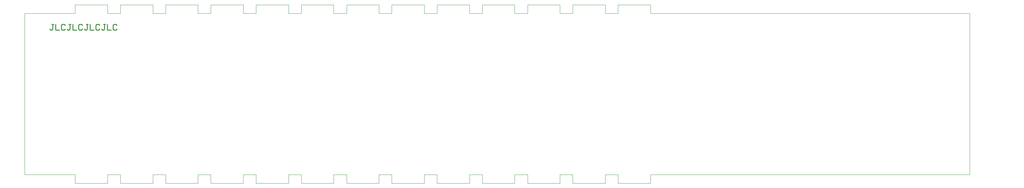
<source format=gto>
G04*
G04 #@! TF.GenerationSoftware,Altium Limited,Altium Designer,18.1.7 (191)*
G04*
G04 Layer_Color=65535*
%FSLAX44Y44*%
%MOMM*%
G71*
G01*
G75*
%ADD10C,0.1000*%
%ADD11C,0.2540*%
D10*
X2724000Y361000D02*
X2724000Y361000D01*
X1592000Y123000D02*
X1678000D01*
X1592000D02*
Y146000D01*
X1558000D02*
X1592000D01*
X1558000Y123000D02*
Y146000D01*
X1472000Y123000D02*
X1558000D01*
X1352000D02*
X1438000D01*
X1438000Y123000D02*
Y146000D01*
X1438000Y146000D02*
X1472000D01*
Y123000D02*
Y146000D01*
X1232000Y123000D02*
X1318000D01*
X1318000Y123000D02*
Y146000D01*
X1318000Y146000D02*
X1352000D01*
Y123000D02*
Y146000D01*
X1112000Y123000D02*
X1198000D01*
X1198000Y123000D02*
Y146000D01*
X1198000Y146000D02*
X1232000D01*
Y123000D02*
Y146000D01*
X992000Y123000D02*
X1078000D01*
X1078000Y123000D02*
Y146000D01*
X1078000Y146000D02*
X1112000D01*
Y123000D02*
Y146000D01*
X872000Y123000D02*
X958000D01*
X958000Y123000D02*
Y146000D01*
X958000Y146000D02*
X992000D01*
Y123000D02*
Y146000D01*
X752000Y123000D02*
X838000D01*
X838000Y123000D02*
Y146000D01*
X838000Y146000D02*
X872000D01*
Y123000D02*
Y146000D01*
X632000Y123000D02*
X718000D01*
X718000Y123000D02*
Y146000D01*
X718000Y146000D02*
X752000D01*
Y123000D02*
Y146000D01*
X512000Y123000D02*
X598000D01*
X598000Y123000D02*
Y146000D01*
X598000Y146000D02*
X632000D01*
Y123000D02*
Y146000D01*
X392000Y123000D02*
X478000D01*
X478000Y123000D02*
Y146000D01*
X478000Y146000D02*
X512000D01*
Y123000D02*
Y146000D01*
X272000Y123000D02*
X358000D01*
X358000Y123000D02*
Y146000D01*
X358000Y146000D02*
X392000D01*
Y123000D02*
Y146000D01*
X138000D02*
X272000D01*
Y123000D02*
Y146000D01*
X1678000D02*
X1712000D01*
Y123000D02*
Y146000D01*
Y123000D02*
X1798000D01*
X1798000Y123000D02*
Y146000D01*
X1678000Y123000D02*
Y146000D01*
X1798000Y146000D02*
X2645000Y146000D01*
X138000Y146000D02*
Y350000D01*
X2645000Y574000D02*
X2645000Y146000D01*
X1112000Y597000D02*
X1198000D01*
X138000Y574000D02*
X272000D01*
X752000Y597000D02*
X838000D01*
X1558000Y574000D02*
X1592000D01*
Y597000D02*
X1678000D01*
X1472000Y597000D02*
X1558000D01*
X1318000Y574000D02*
X1352000D01*
Y597000D02*
X1438000D01*
X1232000D02*
X1318000D01*
X1078000Y574000D02*
X1112000D01*
X838000D02*
X872000D01*
X992000Y597000D02*
X1078000D01*
X872000D02*
X958000D01*
X598000Y574000D02*
X632000D01*
X632000Y597000D02*
X718000D01*
X512000D02*
X598000D01*
X358000Y574000D02*
X392000D01*
X392000Y597000D02*
X478000D01*
X272000D02*
X358000D01*
X1472000Y574000D02*
Y597000D01*
X598000Y574000D02*
Y597000D01*
X272000Y574000D02*
Y597000D01*
X1438000Y574000D02*
X1472000D01*
X1198000D02*
X1232000D01*
X958000D02*
X992000D01*
X718000D02*
X752000D01*
X478000D02*
X512000D01*
X138000Y350000D02*
Y574000D01*
X1592000Y574000D02*
Y597000D01*
X1558000Y574000D02*
Y597000D01*
X1438000Y574000D02*
Y597000D01*
X1352000Y574000D02*
Y597000D01*
X1318000Y574000D02*
Y597000D01*
X1232000Y574000D02*
Y597000D01*
X1198000Y574000D02*
Y597000D01*
X1112000Y574000D02*
Y597000D01*
X1078000Y574000D02*
Y597000D01*
X992000Y574000D02*
Y597000D01*
X958000Y574000D02*
Y597000D01*
X872000Y574000D02*
Y597000D01*
X838000Y574000D02*
Y597000D01*
X752000Y574000D02*
Y597000D01*
X718000Y574000D02*
Y597000D01*
X632000Y574000D02*
Y597000D01*
X512000Y574000D02*
Y597000D01*
X478000Y574000D02*
Y597000D01*
X392000Y574000D02*
Y597000D01*
X358000Y574000D02*
Y597000D01*
X1712000Y574000D02*
Y597000D01*
X1798000Y574000D02*
Y597000D01*
X1712000Y597000D02*
X1798000D01*
X1678000Y574000D02*
X1712000D01*
X1678000Y574000D02*
Y597000D01*
X1798000Y574000D02*
X2645000D01*
D11*
X214697Y544618D02*
X209618D01*
X212157D01*
Y531922D01*
X209618Y529383D01*
X207079D01*
X204540Y531922D01*
X219775Y544618D02*
Y529383D01*
X229932D01*
X245167Y542078D02*
X242628Y544618D01*
X237549D01*
X235010Y542078D01*
Y531922D01*
X237549Y529383D01*
X242628D01*
X245167Y531922D01*
X260402Y544618D02*
X255324D01*
X257863D01*
Y531922D01*
X255324Y529383D01*
X252784D01*
X250245Y531922D01*
X265480Y544618D02*
Y529383D01*
X275637D01*
X290872Y542078D02*
X288333Y544618D01*
X283255D01*
X280715Y542078D01*
Y531922D01*
X283255Y529383D01*
X288333D01*
X290872Y531922D01*
X306107Y544618D02*
X301029D01*
X303568D01*
Y531922D01*
X301029Y529383D01*
X298490D01*
X295950Y531922D01*
X311185Y544618D02*
Y529383D01*
X321342D01*
X336577Y542078D02*
X334038Y544618D01*
X328960D01*
X326421Y542078D01*
Y531922D01*
X328960Y529383D01*
X334038D01*
X336577Y531922D01*
X351812Y544618D02*
X346734D01*
X349273D01*
Y531922D01*
X346734Y529383D01*
X344195D01*
X341656Y531922D01*
X356891Y544618D02*
Y529383D01*
X367047D01*
X382282Y542078D02*
X379743Y544618D01*
X374665D01*
X372126Y542078D01*
Y531922D01*
X374665Y529383D01*
X379743D01*
X382282Y531922D01*
M02*

</source>
